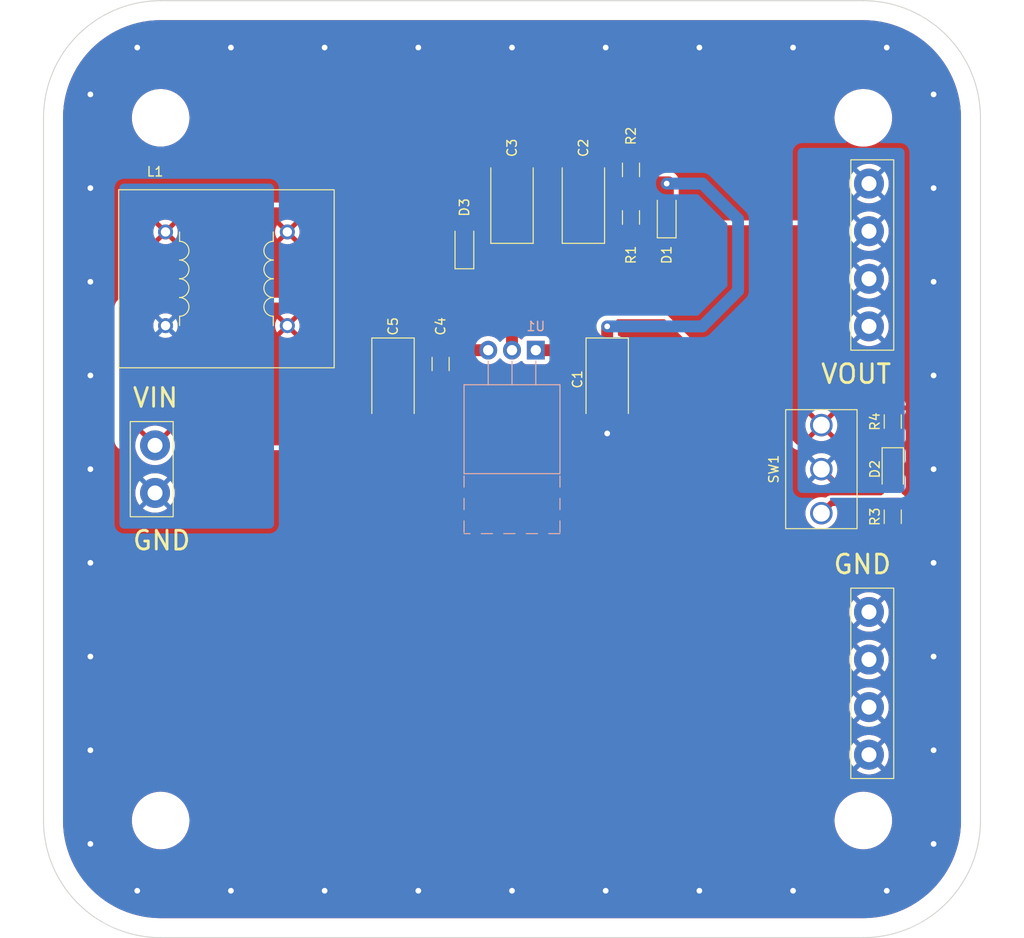
<source format=kicad_pcb>
(kicad_pcb (version 20221018) (generator pcbnew)
  (layers (0 "F.Cu" signal) (31 "B.Cu" signal) (34 "B.Paste" user) (35 "F.Paste" user) (36 "B.SilkS" user "B.Silkscreen") (37 "F.SilkS" user "F.Silkscreen") (38 "B.Mask" user) (39 "F.Mask" user) (44 "Edge.Cuts" user))
  (net 0 "")
  (net 1 "/Vfb")
  (net 2 "GNDREF")
  (net 3 "/Vout")
  (net 4 "/Vin")
  (net 5 "Net-(D2-K)")
  (net 6 "POWER_OUT")
  (net 7 "Net-(J3-Pin_1)")
  (net 8 "Net-(J3-Pin_2)")
  (net 9 "Net-(SW1-A)")
  (footprint "Customer_Connector:2EDG-5.08mm_2P_Horizontal" (layer "F.Cu") (at 114.3 101.6 -90)
    (fp_text reference "J3" hide)
    (fp_text value "Screw_Terminal_01x02")
    (fp_rect (start -5.08 -1.935) (end 5.08 2.645) (stroke (width 0.12)) (fill none) (layer "F.SilkS"))
    (pad "1" thru_hole circle (at -2.54 0 270) (size 3.2 3.2) (drill 1.6) (layers "*.Cu" "*.Mask") (net 7 "Net-(J3-Pin_1)"))
    (pad "2" thru_hole circle (at 2.54 0 270) (size 3.2 3.2) (drill 1.6) (layers "*.Cu" "*.Mask") (net 8 "Net-(J3-Pin_2)"))
  )
  (footprint "Customer_Connector:2EDG-5.08mm_4P_Horizontal" (layer "F.Cu") (at 190.5 124.46 90)
    (fp_text reference "J2" hide)
    (fp_text value "Screw_Terminal_01x04")
    (fp_rect (start -10.16 -1.935) (end 10.16 2.645) (stroke (width 0.12)) (fill none) (layer "F.SilkS"))
    (pad "1" thru_hole circle (at -7.62 0 90) (size 3.2 3.2) (drill 1.6) (layers "*.Cu" "*.Mask") (net 2 "GNDREF"))
    (pad "2" thru_hole circle (at -2.54 0 90) (size 3.2 3.2) (drill 1.6) (layers "*.Cu" "*.Mask") (net 2 "GNDREF"))
    (pad "3" thru_hole circle (at 2.54 0 90) (size 3.2 3.2) (drill 1.6) (layers "*.Cu" "*.Mask") (net 2 "GNDREF"))
    (pad "4" thru_hole circle (at 7.62 0 90) (size 3.2 3.2) (drill 1.6) (layers "*.Cu" "*.Mask") (net 2 "GNDREF"))
  )
  (footprint "MountingHole:MountingHole_3.2mm_M3_ISO7380" (layer "F.Cu") (at 114.9 64.1)
    (fp_text reference "REF**" hide)
    (fp_text value "MountingHole_3.2mm_M3_ISO7380")
    (pad "" np_thru_hole circle locked (at 0 0) (size 3.2 3.2) (drill 3.2) (layers "*.Cu" "*.Mask"))
  )
  (footprint "Customer_Passive:Inductor_Coupled_THT_UF16" (layer "F.Cu") (at 121.92 81.28)
    (fp_text reference "L1" (at -7.62 -11.43 unlocked) (layer "F.SilkS"))
    (fp_text value "UU16 30mH 0.45")
    (fp_line (start -5 -4) (end -5 -5) (stroke (width 0.12)) (layer "F.SilkS"))
    (fp_line (start -5 4) (end -5 5) (stroke (width 0.12)) (layer "F.SilkS"))
    (fp_line (start 5 -4) (end 5 -5) (stroke (width 0.12)) (layer "F.SilkS"))
    (fp_line (start 5 4) (end 5 5) (stroke (width 0.12)) (layer "F.SilkS"))
    (fp_rect (start -11.5 -9.5) (end 11.5 9.5) (stroke (width 0.12)) (fill none) (layer "F.SilkS"))
    (fp_arc (start -5 -4) (mid -4 -3) (end -5 -2) (stroke (width 0.12)) (layer "F.SilkS"))
    (fp_arc (start -5 -2) (mid -4 -1) (end -5 0) (stroke (width 0.12)) (layer "F.SilkS"))
    (fp_arc (start -5 0) (mid -4 1) (end -5 2) (stroke (width 0.12)) (layer "F.SilkS"))
    (fp_arc (start -5 2) (mid -4 3) (end -5 4) (stroke (width 0.12)) (layer "F.SilkS"))
    (fp_arc (start 5 -2) (mid 4 -3) (end 5 -4) (stroke (width 0.12)) (layer "F.SilkS"))
    (fp_arc (start 5 0) (mid 4 -1) (end 5 -2) (stroke (width 0.12)) (layer "F.SilkS"))
    (fp_arc (start 5 2) (mid 4 1) (end 5 0) (stroke (width 0.12)) (layer "F.SilkS"))
    (fp_arc (start 5 4) (mid 4 3) (end 5 2) (stroke (width 0.12)) (layer "F.SilkS"))
    (pad "1" thru_hole circle (at 6.5 5) (size 1.6 1.6) (drill 1) (layers "*.Cu" "*.Mask") (net 7 "Net-(J3-Pin_1)"))
    (pad "2" thru_hole circle (at 6.5 -5) (size 1.6 1.6) (drill 1) (layers "*.Cu" "*.Mask") (net 4 "/Vin"))
    (pad "3" thru_hole circle (at -6.5 -5) (size 1.6 1.6) (drill 1) (layers "*.Cu" "*.Mask") (net 2 "GNDREF"))
    (pad "4" thru_hole circle (at -6.5 5) (size 1.6 1.6) (drill 1) (layers "*.Cu" "*.Mask") (net 8 "Net-(J3-Pin_2)"))
  )
  (footprint "Capacitor_SMD:C_1206_3216Metric" (layer "F.Cu") (at 144.78 90.375 -90)
    (fp_text reference "C4" (at -4.015 0 90) (layer "F.SilkS"))
    (fp_text value "100nF 50V 1206 COG")
    (fp_line (start -0.711252 -0.91) (end 0.711252 -0.91) (stroke (width 0.12)) (layer "F.SilkS"))
    (fp_line (start -0.711252 0.91) (end 0.711252 0.91) (stroke (width 0.12)) (layer "F.SilkS"))
    (pad "1" smd roundrect (at -1.475 0 270) (size 1.15 1.8) (layers "F.Cu" "F.Paste" "F.Mask") (roundrect_rratio 0.217391) (net 4 "/Vin"))
    (pad "2" smd roundrect (at 1.475 0 270) (size 1.15 1.8) (layers "F.Cu" "F.Paste" "F.Mask") (roundrect_rratio 0.217391) (net 2 "GNDREF"))
  )
  (footprint "Customer_Switch:SS-12D" (layer "F.Cu") (at 185.42 101.6 90)
    (fp_text reference "SW1" (at 0 -5.08 90 unlocked) (layer "F.SilkS"))
    (fp_text value "SS-12D")
    (fp_rect (start -6.35 -3.81) (end 6.35 3.81) (stroke (width 0.12)) (fill none) (layer "F.SilkS"))
    (pad "1" thru_hole circle (at -4.7 0 90) (size 2.4 2.4) (drill 1.8) (layers "*.Cu" "*.Mask") (net 9 "Net-(SW1-A)"))
    (pad "2" thru_hole circle (at 0 0 90) (size 2.4 2.4) (drill 1.8) (layers "*.Cu" "*.Mask") (net 6 "POWER_OUT"))
    (pad "3" thru_hole circle (at 4.7 0 90) (size 2.4 2.4) (drill 1.8) (layers "*.Cu" "*.Mask") (net 3 "/Vout"))
  )
  (footprint "Capacitor_Tantalum_SMD:CP_EIA-7343-31_Kemet-D" (layer "F.Cu") (at 162.56 92.0125 -90)
    (fp_text reference "C1" (at 0 3.175 90) (layer "F.SilkS"))
    (fp_text value "10uF 35V 7343")
    (fp_line (start -4.41 -2.26) (end -4.41 2.26) (stroke (width 0.12)) (layer "F.SilkS"))
    (fp_line (start -4.41 2.26) (end 3.65 2.26) (stroke (width 0.12)) (layer "F.SilkS"))
    (fp_line (start 3.65 -2.26) (end -4.41 -2.26) (stroke (width 0.12)) (layer "F.SilkS"))
    (pad "1" smd roundrect (at -3.1125 0 270) (size 2.075 2.55) (layers "F.Cu" "F.Paste" "F.Mask") (roundrect_rratio 0.120482) (net 1 "/Vfb"))
    (pad "2" smd roundrect (at 3.1125 0 270) (size 2.075 2.55) (layers "F.Cu" "F.Paste" "F.Mask") (roundrect_rratio 0.120482) (net 2 "GNDREF"))
  )
  (footprint "Resistor_SMD:R_1206_3216Metric" (layer "F.Cu") (at 193.04 106.68 -90)
    (fp_text reference "R3" (at 0 1.905 90) (layer "F.SilkS"))
    (fp_text value "1k 1206")
    (fp_line (start -0.727064 -0.91) (end 0.727064 -0.91) (stroke (width 0.12)) (layer "F.SilkS"))
    (fp_line (start -0.727064 0.91) (end 0.727064 0.91) (stroke (width 0.12)) (layer "F.SilkS"))
    (pad "1" smd roundrect (at -1.4625 0 270) (size 1.125 1.75) (layers "F.Cu" "F.Paste" "F.Mask") (roundrect_rratio 0.222222) (net 9 "Net-(SW1-A)"))
    (pad "2" smd roundrect (at 1.4625 0 270) (size 1.125 1.75) (layers "F.Cu" "F.Paste" "F.Mask") (roundrect_rratio 0.222222) (net 2 "GNDREF"))
  )
  (footprint "Diode_SMD:D_SOD-123" (layer "F.Cu") (at 168.91 74.55 90)
    (fp_text reference "D1" (at -4.19 0 90) (layer "F.SilkS"))
    (fp_text value "PMEG120G10ELR")
    (fp_line (start -2.36 -1) (end -2.36 1) (stroke (width 0.12)) (layer "F.SilkS"))
    (fp_line (start -2.36 -1) (end 1.65 -1) (stroke (width 0.12)) (layer "F.SilkS"))
    (fp_line (start -2.36 1) (end 1.65 1) (stroke (width 0.12)) (layer "F.SilkS"))
    (pad "1" smd roundrect (at -1.65 0 90) (size 0.9 1.2) (layers "F.Cu" "F.Paste" "F.Mask") (net 3 "/Vout"))
    (pad "2" smd roundrect (at 1.65 0 90) (size 0.9 1.2) (layers "F.Cu" "F.Paste" "F.Mask") (net 1 "/Vfb"))
  )
  (footprint "Diode_SMD:D_SOD-123" (layer "F.Cu") (at 147.32 77.85 90)
    (fp_text reference "D3" (at 4.19 0 90) (layer "F.SilkS"))
    (fp_text value "PMEG120G10ELR")
    (fp_line (start -2.36 -1) (end -2.36 1) (stroke (width 0.12)) (layer "F.SilkS"))
    (fp_line (start -2.36 -1) (end 1.65 -1) (stroke (width 0.12)) (layer "F.SilkS"))
    (fp_line (start -2.36 1) (end 1.65 1) (stroke (width 0.12)) (layer "F.SilkS"))
    (pad "1" smd roundrect (at -1.65 0 90) (size 0.9 1.2) (layers "F.Cu" "F.Paste" "F.Mask") (net 4 "/Vin"))
    (pad "2" smd roundrect (at 1.65 0 90) (size 0.9 1.2) (layers "F.Cu" "F.Paste" "F.Mask") (net 3 "/Vout"))
  )
  (footprint "Resistor_SMD:R_1206_3216Metric" (layer "F.Cu") (at 165.1 69.6575 90)
    (fp_text reference "R2" (at 3.6175 0 90) (layer "F.SilkS"))
    (fp_text value "4.3k/1.5k/36k 1206")
    (fp_line (start -0.727064 -0.91) (end 0.727064 -0.91) (stroke (width 0.12)) (layer "F.SilkS"))
    (fp_line (start -0.727064 0.91) (end 0.727064 0.91) (stroke (width 0.12)) (layer "F.SilkS"))
    (pad "1" smd roundrect (at -1.4625 0 90) (size 1.125 1.75) (layers "F.Cu" "F.Paste" "F.Mask") (roundrect_rratio 0.222222) (net 1 "/Vfb"))
    (pad "2" smd roundrect (at 1.4625 0 90) (size 1.125 1.75) (layers "F.Cu" "F.Paste" "F.Mask") (roundrect_rratio 0.222222) (net 2 "GNDREF"))
  )
  (footprint "Capacitor_Tantalum_SMD:CP_EIA-7343-31_Kemet-D" (layer "F.Cu") (at 139.7 92.0125 -90)
    (fp_text reference "C5" (at -5.6525 0 90) (layer "F.SilkS"))
    (fp_text value "47uF 35V 7343")
    (fp_line (start -4.41 -2.26) (end -4.41 2.26) (stroke (width 0.12)) (layer "F.SilkS"))
    (fp_line (start -4.41 2.26) (end 3.65 2.26) (stroke (width 0.12)) (layer "F.SilkS"))
    (fp_line (start 3.65 -2.26) (end -4.41 -2.26) (stroke (width 0.12)) (layer "F.SilkS"))
    (pad "1" smd roundrect (at -3.1125 0 270) (size 2.075 2.55) (layers "F.Cu" "F.Paste" "F.Mask") (roundrect_rratio 0.120482) (net 4 "/Vin"))
    (pad "2" smd roundrect (at 3.1125 0 270) (size 2.075 2.55) (layers "F.Cu" "F.Paste" "F.Mask") (roundrect_rratio 0.120482) (net 2 "GNDREF"))
  )
  (footprint "LOGO" (layer "F.Cu") (at 152.4 121.92)
    (fp_text reference "G***" hide)
    (fp_text value "LOGO" hide)
  )
  (footprint "Resistor_SMD:R_1206_3216Metric" (layer "F.Cu") (at 165.1 74.7375 90)
    (fp_text reference "R1" (at -4.0025 0 90) (layer "F.SilkS"))
    (fp_text value "510R/510R/180k 1206")
    (fp_line (start -0.727064 -0.91) (end 0.727064 -0.91) (stroke (width 0.12)) (layer "F.SilkS"))
    (fp_line (start -0.727064 0.91) (end 0.727064 0.91) (stroke (width 0.12)) (layer "F.SilkS"))
    (pad "1" smd roundrect (at -1.4625 0 90) (size 1.125 1.75) (layers "F.Cu" "F.Paste" "F.Mask") (roundrect_rratio 0.222222) (net 3 "/Vout"))
    (pad "2" smd roundrect (at 1.4625 0 90) (size 1.125 1.75) (layers "F.Cu" "F.Paste" "F.Mask") (roundrect_rratio 0.222222) (net 1 "/Vfb"))
  )
  (footprint "Customer_Connector:2EDG-5.08mm_4P_Horizontal" (layer "F.Cu") (at 190.5 78.74 90)
    (fp_text reference "J1" hide)
    (fp_text value "Screw_Terminal_01x04")
    (fp_rect (start -10.16 -1.935) (end 10.16 2.645) (stroke (width 0.12)) (fill none) (layer "F.SilkS"))
    (pad "1" thru_hole circle (at -7.62 0 90) (size 3.2 3.2) (drill 1.6) (layers "*.Cu" "*.Mask") (net 6 "POWER_OUT"))
    (pad "2" thru_hole circle (at -2.54 0 90) (size 3.2 3.2) (drill 1.6) (layers "*.Cu" "*.Mask") (net 6 "POWER_OUT"))
    (pad "3" thru_hole circle (at 2.54 0 90) (size 3.2 3.2) (drill 1.6) (layers "*.Cu" "*.Mask") (net 6 "POWER_OUT"))
    (pad "4" thru_hole circle (at 7.62 0 90) (size 3.2 3.2) (drill 1.6) (layers "*.Cu" "*.Mask") (net 6 "POWER_OUT"))
  )
  (footprint "LED_SMD:LED_1206_3216Metric" (layer "F.Cu") (at 193.04 101.6 -90)
    (fp_text reference "D2" (at 0 1.905 90) (layer "F.SilkS"))
    (fp_text value "LED 1206")
    (fp_line (start -2.285 -1.135) (end -2.285 1.135) (stroke (width 0.12)) (layer "F.SilkS"))
    (fp_line (start -2.285 1.135) (end 1.6 1.135) (stroke (width 0.12)) (layer "F.SilkS"))
    (fp_line (start 1.6 -1.135) (end -2.285 -1.135) (stroke (width 0.12)) (layer "F.SilkS"))
    (pad "1" smd roundrect (at -1.4 0 270) (size 1.25 1.75) (layers "F.Cu" "F.Paste" "F.Mask") (roundrect_rratio 0.2) (net 5 "Net-(D2-K)"))
    (pad "2" smd roundrect (at 1.4 0 270) (size 1.25 1.75) (layers "F.Cu" "F.Paste" "F.Mask") (roundrect_rratio 0.2) (net 6 "POWER_OUT"))
  )
  (footprint "Resistor_SMD:R_1206_3216Metric" (layer "F.Cu") (at 193.04 96.52 90)
    (fp_text reference "R4" (at 0 -1.905 90) (layer "F.SilkS"))
    (fp_text value "1k 1206")
    (fp_line (start -0.727064 -0.91) (end 0.727064 -0.91) (stroke (width 0.12)) (layer "F.SilkS"))
    (fp_line (start -0.727064 0.91) (end 0.727064 0.91) (stroke (width 0.12)) (layer "F.SilkS"))
    (pad "1" smd roundrect (at -1.4625 0 90) (size 1.125 1.75) (layers "F.Cu" "F.Paste" "F.Mask") (roundrect_rratio 0.222222) (net 5 "Net-(D2-K)"))
    (pad "2" smd roundrect (at 1.4625 0 90) (size 1.125 1.75) (layers "F.Cu" "F.Paste" "F.Mask") (roundrect_rratio 0.222222) (net 2 "GNDREF"))
  )
  (footprint "MountingHole:MountingHole_3.2mm_M3_ISO7380" (layer "F.Cu") (at 114.9 139.1)
    (fp_text reference "REF**" hide)
    (fp_text value "MountingHole_3.2mm_M3_ISO7380")
    (pad "" np_thru_hole circle locked (at 0 0) (size 3.2 3.2) (drill 3.2) (layers "F&B.Cu" "*.Mask"))
  )
  (footprint "MountingHole:MountingHole_3.2mm_M3_ISO7380" (layer "F.Cu") (at 189.9 64.1)
    (fp_text reference "REF**" hide)
    (fp_text value "MountingHole_3.2mm_M3_ISO7380")
    (pad "" np_thru_hole circle locked (at 0 0) (size 3.2 3.2) (drill 3.2) (layers "F&B.Cu" "*.Mask"))
  )
  (footprint "Capacitor_Tantalum_SMD:CP_EIA-7343-31_Kemet-D" (layer "F.Cu") (at 152.4 73.0875 90)
    (fp_text reference "C3" (at 5.7775 0 90) (layer "F.SilkS"))
    (fp_text value "47uF 35V 7343")
    (fp_line (start -4.41 -2.26) (end -4.41 2.26) (stroke (width 0.12)) (layer "F.SilkS"))
    (fp_line (start -4.41 2.26) (end 3.65 2.26) (stroke (width 0.12)) (layer "F.SilkS"))
    (fp_line (start 3.65 -2.26) (end -4.41 -2.26) (stroke (width 0.12)) (layer "F.SilkS"))
    (pad "1" smd roundrect (at -3.1125 0 90) (size 2.075 2.55) (layers "F.Cu" "F.Paste" "F.Mask") (roundrect_rratio 0.120482) (net 3 "/Vout"))
    (pad "2" smd roundrect (at 3.1125 0 90) (size 2.075 2.55) (layers "F.Cu" "F.Paste" "F.Mask") (roundrect_rratio 0.120482) (net 2 "GNDREF"))
  )
  (footprint "MountingHole:MountingHole_3.2mm_M3_ISO7380" (layer "F.Cu") (at 189.9 139.1)
    (fp_text reference "REF**" hide)
    (fp_text value "MountingHole_3.2mm_M3_ISO7380")
    (pad "" np_thru_hole circle locked (at 0 0) (size 3.2 3.2) (drill 3.2) (layers "F&B.Cu" "*.Mask"))
  )
  (footprint "Capacitor_Tantalum_SMD:CP_EIA-7343-31_Kemet-D" (layer "F.Cu") (at 160.02 73.0875 90)
    (fp_text reference "C2" (at 5.7775 0 90) (layer "F.SilkS"))
    (fp_text value "47uF 35V 7343")
    (fp_line (start -4.41 -2.26) (end -4.41 2.26) (stroke (width 0.12)) (layer "F.SilkS"))
    (fp_line (start -4.41 2.26) (end 3.65 2.26) (stroke (width 0.12)) (layer "F.SilkS"))
    (fp_line (start 3.65 -2.26) (end -4.41 -2.26) (stroke (width 0.12)) (layer "F.SilkS"))
    (pad "1" smd roundrect (at -3.1125 0 90) (size 2.075 2.55) (layers "F.Cu" "F.Paste" "F.Mask") (roundrect_rratio 0.120482) (net 3 "/Vout"))
    (pad "2" smd roundrect (at 3.1125 0 90) (size 2.075 2.55) (layers "F.Cu" "F.Paste" "F.Mask") (roundrect_rratio 0.120482) (net 2 "GNDREF"))
  )
  (footprint "Package_TO_SOT_THT:TO-220-3_Horizontal_TabUp" (layer "B.Cu") (at 154.94 88.9 180)
    (fp_text reference "U1" (at 0 2.54) (layer "B.SilkS") (effects (justify mirror)))
    (fp_text value "LM350_TO220")
    (fp_line (start -2.58 -19.58) (end -1.38 -19.58) (stroke (width 0.12)) (layer "B.SilkS"))
    (fp_line (start -2.58 -18.22) (end -2.58 -19.42) (stroke (width 0.12)) (layer "B.SilkS"))
    (fp_line (start -2.58 -15.82) (end -2.58 -17.02) (stroke (width 0.12)) (layer "B.SilkS"))
    (fp_line (start -2.58 -13.42) (end -2.58 -14.62) (stroke (width 0.12)) (layer "B.SilkS"))
    (fp_line (start -2.58 -13.18) (end 7.66 -13.18) (stroke (width 0.12)) (layer "B.SilkS"))
    (fp_line (start -2.58 -3.69) (end -2.58 -13.18) (stroke (width 0.12)) (layer "B.SilkS"))
    (fp_line (start -2.58 -3.69) (end 7.66 -3.69) (stroke (width 0.12)) (layer "B.SilkS"))
    (fp_line (start -0.181 -19.58) (end 1.02 -19.58) (stroke (width 0.12)) (layer "B.SilkS"))
    (fp_line (start 0 -1.15) (end 0 -3.69) (stroke (width 0.12)) (layer "B.SilkS"))
    (fp_line (start 2.22 -19.58) (end 3.42 -19.58) (stroke (width 0.12)) (layer "B.SilkS"))
    (fp_line (start 2.54 -1.15) (end 2.54 -3.69) (stroke (width 0.12)) (layer "B.SilkS"))
    (fp_line (start 4.62 -19.58) (end 5.82 -19.58) (stroke (width 0.12)) (layer "B.SilkS"))
    (fp_line (start 5.08 -1.15) (end 5.08 -3.69) (stroke (width 0.12)) (layer "B.SilkS"))
    (fp_line (start 7.02 -19.58) (end 7.66 -19.58) (stroke (width 0.12)) (layer "B.SilkS"))
    (fp_line (start 7.66 -18.22) (end 7.66 -19.42) (stroke (width 0.12)) (layer "B.SilkS"))
    (fp_line (start 7.66 -15.82) (end 7.66 -17.02) (stroke (width 0.12)) (layer "B.SilkS"))
    (fp_line (start 7.66 -13.42) (end 7.66 -14.62) (stroke (width 0.12)) (layer "B.SilkS"))
    (fp_line (start 7.66 -3.69) (end 7.66 -13.18) (stroke (width 0.12)) (layer "B.SilkS"))
    (pad "1" thru_hole rect (at 0 0 180) (size 1.905 2) (drill 1.1) (layers "*.Cu" "*.Mask") (net 1 "/Vfb"))
    (pad "2" thru_hole oval (at 2.54 0 180) (size 1.905 2) (drill 1.1) (layers "*.Cu" "*.Mask") (net 3 "/Vout"))
    (pad "3" thru_hole oval (at 5.08 0 180) (size 1.905 2) (drill 1.1) (layers "*.Cu" "*.Mask") (net 4 "/Vin"))
  )
  (gr_arc (start 202.4 139.1) (mid 198.738835 147.938835) (end 189.9 151.6) (stroke (width 0.1)) (layer "Edge.Cuts"))
  (gr_line (start 202.4 139.1) (end 202.4 64.1) (stroke (width 0.1)) (layer "Edge.Cuts"))
  (gr_arc (start 102.4 64.1) (mid 106.061165 55.261165) (end 114.9 51.6) (stroke (width 0.1)) (layer "Edge.Cuts"))
  (gr_line (start 189.9 51.6) (end 114.9 51.6) (stroke (width 0.1)) (layer "Edge.Cuts"))
  (gr_line (start 102.4 64.1) (end 102.4 139.1) (stroke (width 0.1)) (layer "Edge.Cuts"))
  (gr_arc (start 114.9 151.6) (mid 106.061165 147.938835) (end 102.4 139.1) (stroke (width 0.1)) (layer "Edge.Cuts"))
  (gr_line (start 114.9 151.6) (end 189.9 151.6) (stroke (width 0.1)) (layer "Edge.Cuts"))
  (gr_arc (start 189.9 51.6) (mid 198.738835 55.261165) (end 202.4 64.1) (stroke (width 0.1)) (layer "Edge.Cuts"))
  (gr_text "VOUT" (at 193.04 91.44) (layer "F.SilkS") (effects (font (size 2 2) (thickness 0.3)) (justify right)))
  (gr_text "GND" (at 193.04 111.76) (layer "F.SilkS") (effects (font (size 2 2) (thickness 0.3)) (justify right)))
  (gr_text "GND" (at 111.76 109.22) (layer "F.SilkS") (effects (font (size 2 2) (thickness 0.3)) (justify left)))
  (gr_text "VIN" (at 111.76 93.98) (layer "F.SilkS") (effects (font (size 2 2) (thickness 0.3)) (justify left)))
  (segment (start 162.56 86.36) (end 162.56 88.9) (width 1.27) (layer "F.Cu") (net 1))
  (segment (start 154.94 88.9) (end 162.56 88.9) (width 1.27) (layer "F.Cu") (net 1))
  (via (at 168.91 71.12) (size 1.2192) (drill 0.6096) (layers "F.Cu" "B.Cu") (net 1))
  (via (at 162.56 86.36) (size 1.2192) (drill 0.6096) (layers "F.Cu" "B.Cu") (net 1))
  (segment (start 176.53 82.55) (end 172.72 86.36) (width 1.27) (layer "B.Cu") (net 1))
  (segment (start 172.72 86.36) (end 162.56 86.36) (width 1.27) (layer "B.Cu") (net 1))
  (segment (start 168.91 71.12) (end 172.72 71.12) (width 1.27) (layer "B.Cu") (net 1))
  (segment (start 172.72 71.12) (end 176.53 74.93) (width 1.27) (layer "B.Cu") (net 1))
  (segment (start 176.53 74.93) (end 176.53 82.55) (width 1.27) (layer "B.Cu") (net 1))
  (via (at 107.4 61.6) (size 1.2192) (drill 0.6096) (layers "F.Cu" "B.Cu") (net 2))
  (via (at 142.4 56.6) (size 1.2192) (drill 0.6096) (layers "F.Cu" "B.Cu") (net 2))
  (via (at 172.4 56.6) (size 1.2192) (drill 0.6096) (layers "F.Cu" "B.Cu") (net 2))
  (via (at 122.4 56.6) (size 1.2192) (drill 0.6096) (layers "F.Cu" "B.Cu") (net 2))
  (via (at 107.4 111.6) (size 1.2192) (drill 0.6096) (layers "F.Cu" "B.Cu") (net 2))
  (via (at 197.4 111.6) (size 1.2192) (drill 0.6096) (layers "F.Cu" "B.Cu") (net 2))
  (via (at 132.4 56.6) (size 1.2192) (drill 0.6096) (layers "F.Cu" "B.Cu") (net 2))
  (via (at 132.4 146.6) (size 1.2192) (drill 0.6096) (layers "F.Cu" "B.Cu") (net 2))
  (via (at 112.4 56.6) (size 1.2192) (drill 0.6096) (layers "F.Cu" "B.Cu") (net 2))
  (via (at 162.4 56.6) (size 1.2192) (drill 0.6096) (layers "F.Cu" "B.Cu") (net 2))
  (via (at 192.4 56.6) (size 1.2192) (drill 0.6096) (layers "F.Cu" "B.Cu") (net 2))
  (via (at 107.4 121.6) (size 1.2192) (drill 0.6096) (layers "F.Cu" "B.Cu") (net 2))
  (via (at 197.4 101.6) (size 1.2192) (drill 0.6096) (layers "F.Cu" "B.Cu") (net 2))
  (via (at 197.4 141.6) (size 1.2192) (drill 0.6096) (layers "F.Cu" "B.Cu") (net 2))
  (via (at 172.4 146.6) (size 1.2192) (drill 0.6096) (layers "F.Cu" "B.Cu") (net 2))
  (via (at 142.4 146.6) (size 1.2192) (drill 0.6096) (layers "F.Cu" "B.Cu") (net 2))
  (via (at 182.4 146.6) (size 1.2192) (drill 0.6096) (layers "F.Cu" "B.Cu") (net 2))
  (via (at 107.4 71.6) (size 1.2192) (drill 0.6096) (layers "F.Cu" "B.Cu") (net 2))
  (via (at 107.4 131.6) (size 1.2192) (drill 0.6096) (layers "F.Cu" "B.Cu") (net 2))
  (via (at 182.4 56.6) (size 1.2192) (drill 0.6096) (layers "F.Cu" "B.Cu") (net 2))
  (via (at 152.4 56.6) (size 1.2192) (drill 0.6096) (layers "F.Cu" "B.Cu") (net 2))
  (via (at 107.4 91.6) (size 1.2192) (drill 0.6096) (layers "F.Cu" "B.Cu") (net 2))
  (via (at 197.4 81.6) (size 1.2192) (drill 0.6096) (layers "F.Cu" "B.Cu") (net 2))
  (via (at 112.4 146.6) (size 1.2192) (drill 0.6096) (layers "F.Cu" "B.Cu") (net 2))
  (via (at 107.4 141.6) (size 1.2192) (drill 0.6096) (layers "F.Cu" "B.Cu") (net 2))
  (via (at 107.4 101.6) (size 1.2192) (drill 0.6096) (layers "F.Cu" "B.Cu") (net 2))
  (via (at 162.56 97.79) (size 1.2192) (drill 0.6096) (layers "F.Cu" "B.Cu") (net 2))
  (via (at 152.4 146.6) (size 1.2192) (drill 0.6096) (layers "F.Cu" "B.Cu") (net 2))
  (via (at 197.4 71.6) (size 1.2192) (drill 0.6096) (layers "F.Cu" "B.Cu") (net 2))
  (via (at 122.4 146.6) (size 1.2192) (drill 0.6096) (layers "F.Cu" "B.Cu") (net 2))
  (via (at 197.4 121.6) (size 1.2192) (drill 0.6096) (layers "F.Cu" "B.Cu") (net 2))
  (via (at 197.4 131.6) (size 1.2192) (drill 0.6096) (layers "F.Cu" "B.Cu") (net 2))
  (via (at 192.4 146.6) (size 1.2192) (drill 0.6096) (layers "F.Cu" "B.Cu") (net 2))
  (via (at 197.4 91.6) (size 1.2192) (drill 0.6096) (layers "F.Cu" "B.Cu") (net 2))
  (via (at 197.4 61.6) (size 1.2192) (drill 0.6096) (layers "F.Cu" "B.Cu") (net 2))
  (via (at 162.4 146.6) (size 1.2192) (drill 0.6096) (layers "F.Cu" "B.Cu") (net 2))
  (via (at 107.4 81.6) (size 1.2192) (drill 0.6096) (layers "F.Cu" "B.Cu") (net 2))
  (segment (start 147.32 76.2) (end 152.4 76.2) (width 1.27) (layer "F.Cu") (net 3))
  (segment (start 152.4 88.9) (end 152.4 86.6) (width 1.27) (layer "F.Cu") (net 3))
  (segment (start 149.86 88.9) (end 144.78 88.9) (width 1.27) (layer "F.Cu") (net 4))
  (segment (start 193.04 100.2) (end 193.04 97.9825) (width 0.635) (layer "F.Cu") (net 5))
  (segment (start 193.04 103) (end 186.82 103) (width 0.635) (layer "F.Cu") (net 6))
  (segment (start 186.82 103) (end 185.42 101.6) (width 0.635) (layer "F.Cu") (net 6))
  (segment (start 186.5025 105.2175) (end 185.42 106.3) (width 0.635) (layer "F.Cu") (net 9))
  (segment (start 193.04 105.2175) (end 186.5025 105.2175) (width 0.635) (layer "F.Cu") (net 9))
  (zone (net 3) (net_name "/Vout") (layer "F.Cu") (priority 3) (connect_pads (clearance 0.508)) (min_thickness 0.254) (fill yes (thermal_gap 0.508) (thermal_bridge_width 0.508) (smoothing fillet) (radius 0.508) (island_removal_mode 1) (island_area_min 10))
    (polygon (pts (xy 168.91 85.09) (xy 160.02 85.09) (xy 154.94 90.17) (xy 151.13 90.17) (xy 151.13 75.565) (xy 187.96 75.565) (xy 187.96 93.345) (xy 187.96 99.06) (xy 182.88 99.06) (xy 173.99 90.17)))
  )
  (zone (net 7) (net_name "Net-(J3-Pin_1)") (layer "F.Cu") (priority 2) (connect_pads (clearance 0.508)) (min_thickness 0.254) (fill yes (thermal_gap 0.508) (thermal_bridge_width 0.508) (smoothing fillet) (radius 0.508) (island_removal_mode 1) (island_area_min 10))
    (polygon (pts (xy 110.49 99.06) (xy 130.81 99.06) (xy 130.81 83.82) (xy 110.49 83.82)))
  )
  (zone (net 1) (net_name "/Vfb") (layer "F.Cu") (priority 5) (connect_pads yes (clearance 0.5)) (min_thickness 0.25) (fill yes (thermal_gap 0.5) (thermal_bridge_width 0.5) (smoothing fillet) (radius 0.508))
    (polygon (pts (xy 164.084 70.358) (xy 169.672 70.358) (xy 169.672 73.914) (xy 164.084 73.914)))
  )
  (zone (net 4) (net_name "/Vin") (layer "F.Cu") (priority 1) (connect_pads (clearance 0.508)) (min_thickness 0.254) (fill yes (thermal_gap 0.508) (thermal_bridge_width 0.508) (smoothing fillet) (radius 0.508) (island_removal_mode 1) (island_area_min 10))
    (polygon (pts (xy 125.73 73.66) (xy 140.97 73.66) (xy 146.05 78.74) (xy 148.59 78.74) (xy 148.59 80.01) (xy 148.59 89.535) (xy 125.73 89.535)))
  )
  (zone (net 2) (net_name "GNDREF") (layers "F&B.Cu") (connect_pads (clearance 0.508)) (min_thickness 0.254) (fill yes (thermal_gap 0.508) (thermal_bridge_width 0.508) (smoothing fillet) (radius 0.508))
    (polygon (pts (xy 104.14 53.34) (xy 200.66 53.34) (xy 200.66 149.86) (xy 104.14 149.86)))
  )
  (zone (net 8) (net_name "Net-(J3-Pin_2)") (layer "B.Cu") (priority 1) (connect_pads (clearance 0.508)) (min_thickness 0.254) (fill yes (thermal_gap 0.508) (thermal_bridge_width 0.508) (smoothing fillet) (radius 0.508) (island_removal_mode 1) (island_area_min 10))
    (polygon (pts (xy 110.49 71.12) (xy 127 71.12) (xy 127 107.95) (xy 110.49 107.95)))
  )
  (zone (net 6) (net_name "POWER_OUT") (layer "B.Cu") (priority 4) (connect_pads (clearance 0.508)) (min_thickness 0.254) (fill yes (thermal_gap 0.508) (thermal_bridge_width 0.508) (smoothing fillet) (radius 0.508))
    (polygon (pts (xy 182.88 104.14) (xy 194.31 104.14) (xy 194.31 67.31) (xy 182.88 67.31)))
  )
)
</source>
